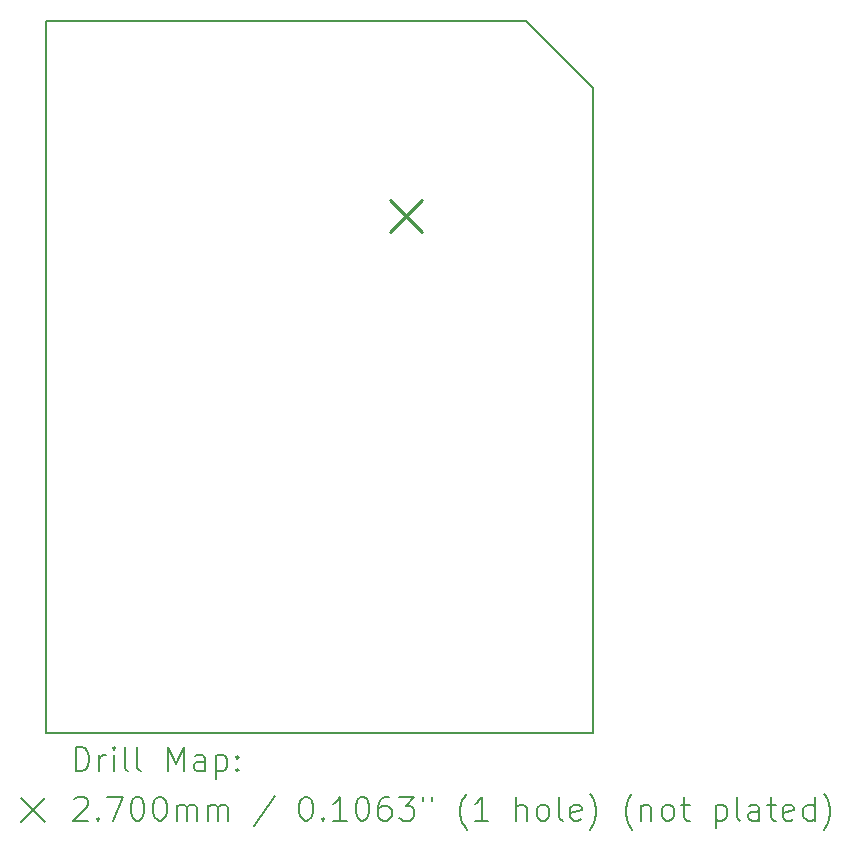
<source format=gbr>
%FSLAX45Y45*%
G04 Gerber Fmt 4.5, Leading zero omitted, Abs format (unit mm)*
G04 Created by KiCad (PCBNEW 6.0.4+dfsg-1+b1) date 2022-04-24 01:26:00*
%MOMM*%
%LPD*%
G01*
G04 APERTURE LIST*
%TA.AperFunction,Profile*%
%ADD10C,0.150000*%
%TD*%
%ADD11C,0.200000*%
%ADD12C,0.270000*%
G04 APERTURE END LIST*
D10*
X6096000Y-7239000D02*
X1460500Y-7239000D01*
X1460500Y-1206500D02*
X5524500Y-1206500D01*
X6096000Y-1778000D02*
X6096000Y-7239000D01*
X1460500Y-7239000D02*
X1460500Y-1206500D01*
X5524500Y-1206500D02*
X6096000Y-1778000D01*
D11*
D12*
X4373500Y-2722500D02*
X4643500Y-2992500D01*
X4643500Y-2722500D02*
X4373500Y-2992500D01*
D11*
X1710619Y-7556976D02*
X1710619Y-7356976D01*
X1758238Y-7356976D01*
X1786809Y-7366500D01*
X1805857Y-7385548D01*
X1815381Y-7404595D01*
X1824905Y-7442690D01*
X1824905Y-7471262D01*
X1815381Y-7509357D01*
X1805857Y-7528405D01*
X1786809Y-7547452D01*
X1758238Y-7556976D01*
X1710619Y-7556976D01*
X1910619Y-7556976D02*
X1910619Y-7423643D01*
X1910619Y-7461738D02*
X1920143Y-7442690D01*
X1929667Y-7433167D01*
X1948714Y-7423643D01*
X1967762Y-7423643D01*
X2034428Y-7556976D02*
X2034428Y-7423643D01*
X2034428Y-7356976D02*
X2024905Y-7366500D01*
X2034428Y-7376024D01*
X2043952Y-7366500D01*
X2034428Y-7356976D01*
X2034428Y-7376024D01*
X2158238Y-7556976D02*
X2139190Y-7547452D01*
X2129667Y-7528405D01*
X2129667Y-7356976D01*
X2263000Y-7556976D02*
X2243952Y-7547452D01*
X2234429Y-7528405D01*
X2234429Y-7356976D01*
X2491571Y-7556976D02*
X2491571Y-7356976D01*
X2558238Y-7499833D01*
X2624905Y-7356976D01*
X2624905Y-7556976D01*
X2805857Y-7556976D02*
X2805857Y-7452214D01*
X2796333Y-7433167D01*
X2777286Y-7423643D01*
X2739190Y-7423643D01*
X2720143Y-7433167D01*
X2805857Y-7547452D02*
X2786810Y-7556976D01*
X2739190Y-7556976D01*
X2720143Y-7547452D01*
X2710619Y-7528405D01*
X2710619Y-7509357D01*
X2720143Y-7490309D01*
X2739190Y-7480786D01*
X2786810Y-7480786D01*
X2805857Y-7471262D01*
X2901095Y-7423643D02*
X2901095Y-7623643D01*
X2901095Y-7433167D02*
X2920143Y-7423643D01*
X2958238Y-7423643D01*
X2977286Y-7433167D01*
X2986809Y-7442690D01*
X2996333Y-7461738D01*
X2996333Y-7518881D01*
X2986809Y-7537928D01*
X2977286Y-7547452D01*
X2958238Y-7556976D01*
X2920143Y-7556976D01*
X2901095Y-7547452D01*
X3082048Y-7537928D02*
X3091571Y-7547452D01*
X3082048Y-7556976D01*
X3072524Y-7547452D01*
X3082048Y-7537928D01*
X3082048Y-7556976D01*
X3082048Y-7433167D02*
X3091571Y-7442690D01*
X3082048Y-7452214D01*
X3072524Y-7442690D01*
X3082048Y-7433167D01*
X3082048Y-7452214D01*
X1253000Y-7786500D02*
X1453000Y-7986500D01*
X1453000Y-7786500D02*
X1253000Y-7986500D01*
X1701095Y-7796024D02*
X1710619Y-7786500D01*
X1729667Y-7776976D01*
X1777286Y-7776976D01*
X1796333Y-7786500D01*
X1805857Y-7796024D01*
X1815381Y-7815071D01*
X1815381Y-7834119D01*
X1805857Y-7862690D01*
X1691571Y-7976976D01*
X1815381Y-7976976D01*
X1901095Y-7957928D02*
X1910619Y-7967452D01*
X1901095Y-7976976D01*
X1891571Y-7967452D01*
X1901095Y-7957928D01*
X1901095Y-7976976D01*
X1977286Y-7776976D02*
X2110619Y-7776976D01*
X2024905Y-7976976D01*
X2224905Y-7776976D02*
X2243952Y-7776976D01*
X2263000Y-7786500D01*
X2272524Y-7796024D01*
X2282048Y-7815071D01*
X2291571Y-7853167D01*
X2291571Y-7900786D01*
X2282048Y-7938881D01*
X2272524Y-7957928D01*
X2263000Y-7967452D01*
X2243952Y-7976976D01*
X2224905Y-7976976D01*
X2205857Y-7967452D01*
X2196333Y-7957928D01*
X2186810Y-7938881D01*
X2177286Y-7900786D01*
X2177286Y-7853167D01*
X2186810Y-7815071D01*
X2196333Y-7796024D01*
X2205857Y-7786500D01*
X2224905Y-7776976D01*
X2415381Y-7776976D02*
X2434429Y-7776976D01*
X2453476Y-7786500D01*
X2463000Y-7796024D01*
X2472524Y-7815071D01*
X2482048Y-7853167D01*
X2482048Y-7900786D01*
X2472524Y-7938881D01*
X2463000Y-7957928D01*
X2453476Y-7967452D01*
X2434429Y-7976976D01*
X2415381Y-7976976D01*
X2396333Y-7967452D01*
X2386810Y-7957928D01*
X2377286Y-7938881D01*
X2367762Y-7900786D01*
X2367762Y-7853167D01*
X2377286Y-7815071D01*
X2386810Y-7796024D01*
X2396333Y-7786500D01*
X2415381Y-7776976D01*
X2567762Y-7976976D02*
X2567762Y-7843643D01*
X2567762Y-7862690D02*
X2577286Y-7853167D01*
X2596333Y-7843643D01*
X2624905Y-7843643D01*
X2643952Y-7853167D01*
X2653476Y-7872214D01*
X2653476Y-7976976D01*
X2653476Y-7872214D02*
X2663000Y-7853167D01*
X2682048Y-7843643D01*
X2710619Y-7843643D01*
X2729667Y-7853167D01*
X2739190Y-7872214D01*
X2739190Y-7976976D01*
X2834428Y-7976976D02*
X2834428Y-7843643D01*
X2834428Y-7862690D02*
X2843952Y-7853167D01*
X2863000Y-7843643D01*
X2891571Y-7843643D01*
X2910619Y-7853167D01*
X2920143Y-7872214D01*
X2920143Y-7976976D01*
X2920143Y-7872214D02*
X2929667Y-7853167D01*
X2948714Y-7843643D01*
X2977286Y-7843643D01*
X2996333Y-7853167D01*
X3005857Y-7872214D01*
X3005857Y-7976976D01*
X3396333Y-7767452D02*
X3224905Y-8024595D01*
X3653476Y-7776976D02*
X3672524Y-7776976D01*
X3691571Y-7786500D01*
X3701095Y-7796024D01*
X3710619Y-7815071D01*
X3720143Y-7853167D01*
X3720143Y-7900786D01*
X3710619Y-7938881D01*
X3701095Y-7957928D01*
X3691571Y-7967452D01*
X3672524Y-7976976D01*
X3653476Y-7976976D01*
X3634428Y-7967452D01*
X3624905Y-7957928D01*
X3615381Y-7938881D01*
X3605857Y-7900786D01*
X3605857Y-7853167D01*
X3615381Y-7815071D01*
X3624905Y-7796024D01*
X3634428Y-7786500D01*
X3653476Y-7776976D01*
X3805857Y-7957928D02*
X3815381Y-7967452D01*
X3805857Y-7976976D01*
X3796333Y-7967452D01*
X3805857Y-7957928D01*
X3805857Y-7976976D01*
X4005857Y-7976976D02*
X3891571Y-7976976D01*
X3948714Y-7976976D02*
X3948714Y-7776976D01*
X3929667Y-7805548D01*
X3910619Y-7824595D01*
X3891571Y-7834119D01*
X4129667Y-7776976D02*
X4148714Y-7776976D01*
X4167762Y-7786500D01*
X4177286Y-7796024D01*
X4186809Y-7815071D01*
X4196333Y-7853167D01*
X4196333Y-7900786D01*
X4186809Y-7938881D01*
X4177286Y-7957928D01*
X4167762Y-7967452D01*
X4148714Y-7976976D01*
X4129667Y-7976976D01*
X4110619Y-7967452D01*
X4101095Y-7957928D01*
X4091571Y-7938881D01*
X4082048Y-7900786D01*
X4082048Y-7853167D01*
X4091571Y-7815071D01*
X4101095Y-7796024D01*
X4110619Y-7786500D01*
X4129667Y-7776976D01*
X4367762Y-7776976D02*
X4329667Y-7776976D01*
X4310619Y-7786500D01*
X4301095Y-7796024D01*
X4282048Y-7824595D01*
X4272524Y-7862690D01*
X4272524Y-7938881D01*
X4282048Y-7957928D01*
X4291571Y-7967452D01*
X4310619Y-7976976D01*
X4348714Y-7976976D01*
X4367762Y-7967452D01*
X4377286Y-7957928D01*
X4386810Y-7938881D01*
X4386810Y-7891262D01*
X4377286Y-7872214D01*
X4367762Y-7862690D01*
X4348714Y-7853167D01*
X4310619Y-7853167D01*
X4291571Y-7862690D01*
X4282048Y-7872214D01*
X4272524Y-7891262D01*
X4453476Y-7776976D02*
X4577286Y-7776976D01*
X4510619Y-7853167D01*
X4539190Y-7853167D01*
X4558238Y-7862690D01*
X4567762Y-7872214D01*
X4577286Y-7891262D01*
X4577286Y-7938881D01*
X4567762Y-7957928D01*
X4558238Y-7967452D01*
X4539190Y-7976976D01*
X4482048Y-7976976D01*
X4463000Y-7967452D01*
X4453476Y-7957928D01*
X4653476Y-7776976D02*
X4653476Y-7815071D01*
X4729667Y-7776976D02*
X4729667Y-7815071D01*
X5024905Y-8053167D02*
X5015381Y-8043643D01*
X4996333Y-8015071D01*
X4986810Y-7996024D01*
X4977286Y-7967452D01*
X4967762Y-7919833D01*
X4967762Y-7881738D01*
X4977286Y-7834119D01*
X4986810Y-7805548D01*
X4996333Y-7786500D01*
X5015381Y-7757928D01*
X5024905Y-7748405D01*
X5205857Y-7976976D02*
X5091571Y-7976976D01*
X5148714Y-7976976D02*
X5148714Y-7776976D01*
X5129667Y-7805548D01*
X5110619Y-7824595D01*
X5091571Y-7834119D01*
X5443952Y-7976976D02*
X5443952Y-7776976D01*
X5529667Y-7976976D02*
X5529667Y-7872214D01*
X5520143Y-7853167D01*
X5501095Y-7843643D01*
X5472524Y-7843643D01*
X5453476Y-7853167D01*
X5443952Y-7862690D01*
X5653476Y-7976976D02*
X5634428Y-7967452D01*
X5624905Y-7957928D01*
X5615381Y-7938881D01*
X5615381Y-7881738D01*
X5624905Y-7862690D01*
X5634428Y-7853167D01*
X5653476Y-7843643D01*
X5682048Y-7843643D01*
X5701095Y-7853167D01*
X5710619Y-7862690D01*
X5720143Y-7881738D01*
X5720143Y-7938881D01*
X5710619Y-7957928D01*
X5701095Y-7967452D01*
X5682048Y-7976976D01*
X5653476Y-7976976D01*
X5834428Y-7976976D02*
X5815381Y-7967452D01*
X5805857Y-7948405D01*
X5805857Y-7776976D01*
X5986809Y-7967452D02*
X5967762Y-7976976D01*
X5929667Y-7976976D01*
X5910619Y-7967452D01*
X5901095Y-7948405D01*
X5901095Y-7872214D01*
X5910619Y-7853167D01*
X5929667Y-7843643D01*
X5967762Y-7843643D01*
X5986809Y-7853167D01*
X5996333Y-7872214D01*
X5996333Y-7891262D01*
X5901095Y-7910309D01*
X6063000Y-8053167D02*
X6072524Y-8043643D01*
X6091571Y-8015071D01*
X6101095Y-7996024D01*
X6110619Y-7967452D01*
X6120143Y-7919833D01*
X6120143Y-7881738D01*
X6110619Y-7834119D01*
X6101095Y-7805548D01*
X6091571Y-7786500D01*
X6072524Y-7757928D01*
X6063000Y-7748405D01*
X6424905Y-8053167D02*
X6415381Y-8043643D01*
X6396333Y-8015071D01*
X6386809Y-7996024D01*
X6377286Y-7967452D01*
X6367762Y-7919833D01*
X6367762Y-7881738D01*
X6377286Y-7834119D01*
X6386809Y-7805548D01*
X6396333Y-7786500D01*
X6415381Y-7757928D01*
X6424905Y-7748405D01*
X6501095Y-7843643D02*
X6501095Y-7976976D01*
X6501095Y-7862690D02*
X6510619Y-7853167D01*
X6529667Y-7843643D01*
X6558238Y-7843643D01*
X6577286Y-7853167D01*
X6586809Y-7872214D01*
X6586809Y-7976976D01*
X6710619Y-7976976D02*
X6691571Y-7967452D01*
X6682048Y-7957928D01*
X6672524Y-7938881D01*
X6672524Y-7881738D01*
X6682048Y-7862690D01*
X6691571Y-7853167D01*
X6710619Y-7843643D01*
X6739190Y-7843643D01*
X6758238Y-7853167D01*
X6767762Y-7862690D01*
X6777286Y-7881738D01*
X6777286Y-7938881D01*
X6767762Y-7957928D01*
X6758238Y-7967452D01*
X6739190Y-7976976D01*
X6710619Y-7976976D01*
X6834428Y-7843643D02*
X6910619Y-7843643D01*
X6863000Y-7776976D02*
X6863000Y-7948405D01*
X6872524Y-7967452D01*
X6891571Y-7976976D01*
X6910619Y-7976976D01*
X7129667Y-7843643D02*
X7129667Y-8043643D01*
X7129667Y-7853167D02*
X7148714Y-7843643D01*
X7186809Y-7843643D01*
X7205857Y-7853167D01*
X7215381Y-7862690D01*
X7224905Y-7881738D01*
X7224905Y-7938881D01*
X7215381Y-7957928D01*
X7205857Y-7967452D01*
X7186809Y-7976976D01*
X7148714Y-7976976D01*
X7129667Y-7967452D01*
X7339190Y-7976976D02*
X7320143Y-7967452D01*
X7310619Y-7948405D01*
X7310619Y-7776976D01*
X7501095Y-7976976D02*
X7501095Y-7872214D01*
X7491571Y-7853167D01*
X7472524Y-7843643D01*
X7434428Y-7843643D01*
X7415381Y-7853167D01*
X7501095Y-7967452D02*
X7482048Y-7976976D01*
X7434428Y-7976976D01*
X7415381Y-7967452D01*
X7405857Y-7948405D01*
X7405857Y-7929357D01*
X7415381Y-7910309D01*
X7434428Y-7900786D01*
X7482048Y-7900786D01*
X7501095Y-7891262D01*
X7567762Y-7843643D02*
X7643952Y-7843643D01*
X7596333Y-7776976D02*
X7596333Y-7948405D01*
X7605857Y-7967452D01*
X7624905Y-7976976D01*
X7643952Y-7976976D01*
X7786809Y-7967452D02*
X7767762Y-7976976D01*
X7729667Y-7976976D01*
X7710619Y-7967452D01*
X7701095Y-7948405D01*
X7701095Y-7872214D01*
X7710619Y-7853167D01*
X7729667Y-7843643D01*
X7767762Y-7843643D01*
X7786809Y-7853167D01*
X7796333Y-7872214D01*
X7796333Y-7891262D01*
X7701095Y-7910309D01*
X7967762Y-7976976D02*
X7967762Y-7776976D01*
X7967762Y-7967452D02*
X7948714Y-7976976D01*
X7910619Y-7976976D01*
X7891571Y-7967452D01*
X7882048Y-7957928D01*
X7872524Y-7938881D01*
X7872524Y-7881738D01*
X7882048Y-7862690D01*
X7891571Y-7853167D01*
X7910619Y-7843643D01*
X7948714Y-7843643D01*
X7967762Y-7853167D01*
X8043952Y-8053167D02*
X8053476Y-8043643D01*
X8072524Y-8015071D01*
X8082048Y-7996024D01*
X8091571Y-7967452D01*
X8101095Y-7919833D01*
X8101095Y-7881738D01*
X8091571Y-7834119D01*
X8082048Y-7805548D01*
X8072524Y-7786500D01*
X8053476Y-7757928D01*
X8043952Y-7748405D01*
M02*

</source>
